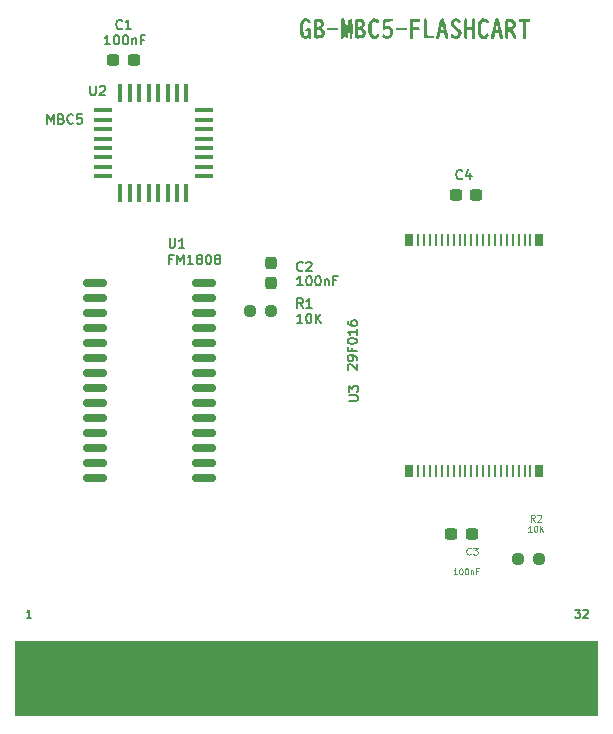
<source format=gbr>
%TF.GenerationSoftware,KiCad,Pcbnew,(6.0.2)*%
%TF.CreationDate,2022-04-24T17:27:09+01:00*%
%TF.ProjectId,Gameboy MBC5 Cart + FRAM,47616d65-626f-4792-904d-424335204361,rev?*%
%TF.SameCoordinates,Original*%
%TF.FileFunction,Soldermask,Top*%
%TF.FilePolarity,Negative*%
%FSLAX46Y46*%
G04 Gerber Fmt 4.6, Leading zero omitted, Abs format (unit mm)*
G04 Created by KiCad (PCBNEW (6.0.2)) date 2022-04-24 17:27:09*
%MOMM*%
%LPD*%
G01*
G04 APERTURE LIST*
G04 Aperture macros list*
%AMRoundRect*
0 Rectangle with rounded corners*
0 $1 Rounding radius*
0 $2 $3 $4 $5 $6 $7 $8 $9 X,Y pos of 4 corners*
0 Add a 4 corners polygon primitive as box body*
4,1,4,$2,$3,$4,$5,$6,$7,$8,$9,$2,$3,0*
0 Add four circle primitives for the rounded corners*
1,1,$1+$1,$2,$3*
1,1,$1+$1,$4,$5*
1,1,$1+$1,$6,$7*
1,1,$1+$1,$8,$9*
0 Add four rect primitives between the rounded corners*
20,1,$1+$1,$2,$3,$4,$5,0*
20,1,$1+$1,$4,$5,$6,$7,0*
20,1,$1+$1,$6,$7,$8,$9,0*
20,1,$1+$1,$8,$9,$2,$3,0*%
G04 Aperture macros list end*
%ADD10C,0.150000*%
%ADD11C,0.100000*%
%ADD12RoundRect,0.237500X0.300000X0.237500X-0.300000X0.237500X-0.300000X-0.237500X0.300000X-0.237500X0*%
%ADD13RoundRect,0.150000X-0.875000X-0.150000X0.875000X-0.150000X0.875000X0.150000X-0.875000X0.150000X0*%
%ADD14RoundRect,0.237500X0.237500X-0.300000X0.237500X0.300000X-0.237500X0.300000X-0.237500X-0.300000X0*%
%ADD15RoundRect,0.237500X-0.300000X-0.237500X0.300000X-0.237500X0.300000X0.237500X-0.300000X0.237500X0*%
%ADD16R,0.750000X1.100000*%
%ADD17R,0.250000X1.100000*%
%ADD18RoundRect,0.237500X0.250000X0.237500X-0.250000X0.237500X-0.250000X-0.237500X0.250000X-0.237500X0*%
%ADD19R,0.450000X1.500000*%
%ADD20R,1.500000X0.450000*%
G04 APERTURE END LIST*
D10*
X148038095Y-100495238D02*
X148000000Y-100457142D01*
X147961904Y-100380952D01*
X147961904Y-100190476D01*
X148000000Y-100114285D01*
X148038095Y-100076190D01*
X148114285Y-100038095D01*
X148190476Y-100038095D01*
X148304761Y-100076190D01*
X148761904Y-100533333D01*
X148761904Y-100038095D01*
X148761904Y-99657142D02*
X148761904Y-99504761D01*
X148723809Y-99428571D01*
X148685714Y-99390476D01*
X148571428Y-99314285D01*
X148419047Y-99276190D01*
X148114285Y-99276190D01*
X148038095Y-99314285D01*
X148000000Y-99352380D01*
X147961904Y-99428571D01*
X147961904Y-99580952D01*
X148000000Y-99657142D01*
X148038095Y-99695238D01*
X148114285Y-99733333D01*
X148304761Y-99733333D01*
X148380952Y-99695238D01*
X148419047Y-99657142D01*
X148457142Y-99580952D01*
X148457142Y-99428571D01*
X148419047Y-99352380D01*
X148380952Y-99314285D01*
X148304761Y-99276190D01*
X148342857Y-98666666D02*
X148342857Y-98933333D01*
X148761904Y-98933333D02*
X147961904Y-98933333D01*
X147961904Y-98552380D01*
X147961904Y-98095238D02*
X147961904Y-98019047D01*
X148000000Y-97942857D01*
X148038095Y-97904761D01*
X148114285Y-97866666D01*
X148266666Y-97828571D01*
X148457142Y-97828571D01*
X148609523Y-97866666D01*
X148685714Y-97904761D01*
X148723809Y-97942857D01*
X148761904Y-98019047D01*
X148761904Y-98095238D01*
X148723809Y-98171428D01*
X148685714Y-98209523D01*
X148609523Y-98247619D01*
X148457142Y-98285714D01*
X148266666Y-98285714D01*
X148114285Y-98247619D01*
X148038095Y-98209523D01*
X148000000Y-98171428D01*
X147961904Y-98095238D01*
X148761904Y-97066666D02*
X148761904Y-97523809D01*
X148761904Y-97295238D02*
X147961904Y-97295238D01*
X148076190Y-97371428D01*
X148152380Y-97447619D01*
X148190476Y-97523809D01*
X147961904Y-96380952D02*
X147961904Y-96533333D01*
X148000000Y-96609523D01*
X148038095Y-96647619D01*
X148152380Y-96723809D01*
X148304761Y-96761904D01*
X148609523Y-96761904D01*
X148685714Y-96723809D01*
X148723809Y-96685714D01*
X148761904Y-96609523D01*
X148761904Y-96457142D01*
X148723809Y-96380952D01*
X148685714Y-96342857D01*
X148609523Y-96304761D01*
X148419047Y-96304761D01*
X148342857Y-96342857D01*
X148304761Y-96380952D01*
X148266666Y-96457142D01*
X148266666Y-96609523D01*
X148304761Y-96685714D01*
X148342857Y-96723809D01*
X148419047Y-96761904D01*
X122552380Y-79661904D02*
X122552380Y-78861904D01*
X122819047Y-79433333D01*
X123085714Y-78861904D01*
X123085714Y-79661904D01*
X123733333Y-79242857D02*
X123847619Y-79280952D01*
X123885714Y-79319047D01*
X123923809Y-79395238D01*
X123923809Y-79509523D01*
X123885714Y-79585714D01*
X123847619Y-79623809D01*
X123771428Y-79661904D01*
X123466666Y-79661904D01*
X123466666Y-78861904D01*
X123733333Y-78861904D01*
X123809523Y-78900000D01*
X123847619Y-78938095D01*
X123885714Y-79014285D01*
X123885714Y-79090476D01*
X123847619Y-79166666D01*
X123809523Y-79204761D01*
X123733333Y-79242857D01*
X123466666Y-79242857D01*
X124723809Y-79585714D02*
X124685714Y-79623809D01*
X124571428Y-79661904D01*
X124495238Y-79661904D01*
X124380952Y-79623809D01*
X124304761Y-79547619D01*
X124266666Y-79471428D01*
X124228571Y-79319047D01*
X124228571Y-79204761D01*
X124266666Y-79052380D01*
X124304761Y-78976190D01*
X124380952Y-78900000D01*
X124495238Y-78861904D01*
X124571428Y-78861904D01*
X124685714Y-78900000D01*
X124723809Y-78938095D01*
X125447619Y-78861904D02*
X125066666Y-78861904D01*
X125028571Y-79242857D01*
X125066666Y-79204761D01*
X125142857Y-79166666D01*
X125333333Y-79166666D01*
X125409523Y-79204761D01*
X125447619Y-79242857D01*
X125485714Y-79319047D01*
X125485714Y-79509523D01*
X125447619Y-79585714D01*
X125409523Y-79623809D01*
X125333333Y-79661904D01*
X125142857Y-79661904D01*
X125066666Y-79623809D01*
X125028571Y-79585714D01*
D11*
%TO.C,C3*%
X158400000Y-116114285D02*
X158371428Y-116142857D01*
X158285714Y-116171428D01*
X158228571Y-116171428D01*
X158142857Y-116142857D01*
X158085714Y-116085714D01*
X158057142Y-116028571D01*
X158028571Y-115914285D01*
X158028571Y-115828571D01*
X158057142Y-115714285D01*
X158085714Y-115657142D01*
X158142857Y-115600000D01*
X158228571Y-115571428D01*
X158285714Y-115571428D01*
X158371428Y-115600000D01*
X158400000Y-115628571D01*
X158600000Y-115571428D02*
X158971428Y-115571428D01*
X158771428Y-115800000D01*
X158857142Y-115800000D01*
X158914285Y-115828571D01*
X158942857Y-115857142D01*
X158971428Y-115914285D01*
X158971428Y-116057142D01*
X158942857Y-116114285D01*
X158914285Y-116142857D01*
X158857142Y-116171428D01*
X158685714Y-116171428D01*
X158628571Y-116142857D01*
X158600000Y-116114285D01*
X157226190Y-117826190D02*
X156940476Y-117826190D01*
X157083333Y-117826190D02*
X157083333Y-117326190D01*
X157035714Y-117397619D01*
X156988095Y-117445238D01*
X156940476Y-117469047D01*
X157535714Y-117326190D02*
X157583333Y-117326190D01*
X157630952Y-117350000D01*
X157654761Y-117373809D01*
X157678571Y-117421428D01*
X157702380Y-117516666D01*
X157702380Y-117635714D01*
X157678571Y-117730952D01*
X157654761Y-117778571D01*
X157630952Y-117802380D01*
X157583333Y-117826190D01*
X157535714Y-117826190D01*
X157488095Y-117802380D01*
X157464285Y-117778571D01*
X157440476Y-117730952D01*
X157416666Y-117635714D01*
X157416666Y-117516666D01*
X157440476Y-117421428D01*
X157464285Y-117373809D01*
X157488095Y-117350000D01*
X157535714Y-117326190D01*
X158011904Y-117326190D02*
X158059523Y-117326190D01*
X158107142Y-117350000D01*
X158130952Y-117373809D01*
X158154761Y-117421428D01*
X158178571Y-117516666D01*
X158178571Y-117635714D01*
X158154761Y-117730952D01*
X158130952Y-117778571D01*
X158107142Y-117802380D01*
X158059523Y-117826190D01*
X158011904Y-117826190D01*
X157964285Y-117802380D01*
X157940476Y-117778571D01*
X157916666Y-117730952D01*
X157892857Y-117635714D01*
X157892857Y-117516666D01*
X157916666Y-117421428D01*
X157940476Y-117373809D01*
X157964285Y-117350000D01*
X158011904Y-117326190D01*
X158392857Y-117492857D02*
X158392857Y-117826190D01*
X158392857Y-117540476D02*
X158416666Y-117516666D01*
X158464285Y-117492857D01*
X158535714Y-117492857D01*
X158583333Y-117516666D01*
X158607142Y-117564285D01*
X158607142Y-117826190D01*
X159011904Y-117564285D02*
X158845238Y-117564285D01*
X158845238Y-117826190D02*
X158845238Y-117326190D01*
X159083333Y-117326190D01*
D10*
%TO.C,U1*%
X132890476Y-89361904D02*
X132890476Y-90009523D01*
X132928571Y-90085714D01*
X132966666Y-90123809D01*
X133042857Y-90161904D01*
X133195238Y-90161904D01*
X133271428Y-90123809D01*
X133309523Y-90085714D01*
X133347619Y-90009523D01*
X133347619Y-89361904D01*
X134147619Y-90161904D02*
X133690476Y-90161904D01*
X133919047Y-90161904D02*
X133919047Y-89361904D01*
X133842857Y-89476190D01*
X133766666Y-89552380D01*
X133690476Y-89590476D01*
X133133333Y-91142857D02*
X132866666Y-91142857D01*
X132866666Y-91561904D02*
X132866666Y-90761904D01*
X133247619Y-90761904D01*
X133552380Y-91561904D02*
X133552380Y-90761904D01*
X133819047Y-91333333D01*
X134085714Y-90761904D01*
X134085714Y-91561904D01*
X134885714Y-91561904D02*
X134428571Y-91561904D01*
X134657142Y-91561904D02*
X134657142Y-90761904D01*
X134580952Y-90876190D01*
X134504761Y-90952380D01*
X134428571Y-90990476D01*
X135342857Y-91104761D02*
X135266666Y-91066666D01*
X135228571Y-91028571D01*
X135190476Y-90952380D01*
X135190476Y-90914285D01*
X135228571Y-90838095D01*
X135266666Y-90800000D01*
X135342857Y-90761904D01*
X135495238Y-90761904D01*
X135571428Y-90800000D01*
X135609523Y-90838095D01*
X135647619Y-90914285D01*
X135647619Y-90952380D01*
X135609523Y-91028571D01*
X135571428Y-91066666D01*
X135495238Y-91104761D01*
X135342857Y-91104761D01*
X135266666Y-91142857D01*
X135228571Y-91180952D01*
X135190476Y-91257142D01*
X135190476Y-91409523D01*
X135228571Y-91485714D01*
X135266666Y-91523809D01*
X135342857Y-91561904D01*
X135495238Y-91561904D01*
X135571428Y-91523809D01*
X135609523Y-91485714D01*
X135647619Y-91409523D01*
X135647619Y-91257142D01*
X135609523Y-91180952D01*
X135571428Y-91142857D01*
X135495238Y-91104761D01*
X136142857Y-90761904D02*
X136219047Y-90761904D01*
X136295238Y-90800000D01*
X136333333Y-90838095D01*
X136371428Y-90914285D01*
X136409523Y-91066666D01*
X136409523Y-91257142D01*
X136371428Y-91409523D01*
X136333333Y-91485714D01*
X136295238Y-91523809D01*
X136219047Y-91561904D01*
X136142857Y-91561904D01*
X136066666Y-91523809D01*
X136028571Y-91485714D01*
X135990476Y-91409523D01*
X135952380Y-91257142D01*
X135952380Y-91066666D01*
X135990476Y-90914285D01*
X136028571Y-90838095D01*
X136066666Y-90800000D01*
X136142857Y-90761904D01*
X136866666Y-91104761D02*
X136790476Y-91066666D01*
X136752380Y-91028571D01*
X136714285Y-90952380D01*
X136714285Y-90914285D01*
X136752380Y-90838095D01*
X136790476Y-90800000D01*
X136866666Y-90761904D01*
X137019047Y-90761904D01*
X137095238Y-90800000D01*
X137133333Y-90838095D01*
X137171428Y-90914285D01*
X137171428Y-90952380D01*
X137133333Y-91028571D01*
X137095238Y-91066666D01*
X137019047Y-91104761D01*
X136866666Y-91104761D01*
X136790476Y-91142857D01*
X136752380Y-91180952D01*
X136714285Y-91257142D01*
X136714285Y-91409523D01*
X136752380Y-91485714D01*
X136790476Y-91523809D01*
X136866666Y-91561904D01*
X137019047Y-91561904D01*
X137095238Y-91523809D01*
X137133333Y-91485714D01*
X137171428Y-91409523D01*
X137171428Y-91257142D01*
X137133333Y-91180952D01*
X137095238Y-91142857D01*
X137019047Y-91104761D01*
%TO.C,C2*%
X144166666Y-92085714D02*
X144128571Y-92123809D01*
X144014285Y-92161904D01*
X143938095Y-92161904D01*
X143823809Y-92123809D01*
X143747619Y-92047619D01*
X143709523Y-91971428D01*
X143671428Y-91819047D01*
X143671428Y-91704761D01*
X143709523Y-91552380D01*
X143747619Y-91476190D01*
X143823809Y-91400000D01*
X143938095Y-91361904D01*
X144014285Y-91361904D01*
X144128571Y-91400000D01*
X144166666Y-91438095D01*
X144471428Y-91438095D02*
X144509523Y-91400000D01*
X144585714Y-91361904D01*
X144776190Y-91361904D01*
X144852380Y-91400000D01*
X144890476Y-91438095D01*
X144928571Y-91514285D01*
X144928571Y-91590476D01*
X144890476Y-91704761D01*
X144433333Y-92161904D01*
X144928571Y-92161904D01*
X144161904Y-93361904D02*
X143704761Y-93361904D01*
X143933333Y-93361904D02*
X143933333Y-92561904D01*
X143857142Y-92676190D01*
X143780952Y-92752380D01*
X143704761Y-92790476D01*
X144657142Y-92561904D02*
X144733333Y-92561904D01*
X144809523Y-92600000D01*
X144847619Y-92638095D01*
X144885714Y-92714285D01*
X144923809Y-92866666D01*
X144923809Y-93057142D01*
X144885714Y-93209523D01*
X144847619Y-93285714D01*
X144809523Y-93323809D01*
X144733333Y-93361904D01*
X144657142Y-93361904D01*
X144580952Y-93323809D01*
X144542857Y-93285714D01*
X144504761Y-93209523D01*
X144466666Y-93057142D01*
X144466666Y-92866666D01*
X144504761Y-92714285D01*
X144542857Y-92638095D01*
X144580952Y-92600000D01*
X144657142Y-92561904D01*
X145419047Y-92561904D02*
X145495238Y-92561904D01*
X145571428Y-92600000D01*
X145609523Y-92638095D01*
X145647619Y-92714285D01*
X145685714Y-92866666D01*
X145685714Y-93057142D01*
X145647619Y-93209523D01*
X145609523Y-93285714D01*
X145571428Y-93323809D01*
X145495238Y-93361904D01*
X145419047Y-93361904D01*
X145342857Y-93323809D01*
X145304761Y-93285714D01*
X145266666Y-93209523D01*
X145228571Y-93057142D01*
X145228571Y-92866666D01*
X145266666Y-92714285D01*
X145304761Y-92638095D01*
X145342857Y-92600000D01*
X145419047Y-92561904D01*
X146028571Y-92828571D02*
X146028571Y-93361904D01*
X146028571Y-92904761D02*
X146066666Y-92866666D01*
X146142857Y-92828571D01*
X146257142Y-92828571D01*
X146333333Y-92866666D01*
X146371428Y-92942857D01*
X146371428Y-93361904D01*
X147019047Y-92942857D02*
X146752380Y-92942857D01*
X146752380Y-93361904D02*
X146752380Y-92561904D01*
X147133333Y-92561904D01*
%TO.C,C1*%
X128866666Y-71585714D02*
X128828571Y-71623809D01*
X128714285Y-71661904D01*
X128638095Y-71661904D01*
X128523809Y-71623809D01*
X128447619Y-71547619D01*
X128409523Y-71471428D01*
X128371428Y-71319047D01*
X128371428Y-71204761D01*
X128409523Y-71052380D01*
X128447619Y-70976190D01*
X128523809Y-70900000D01*
X128638095Y-70861904D01*
X128714285Y-70861904D01*
X128828571Y-70900000D01*
X128866666Y-70938095D01*
X129628571Y-71661904D02*
X129171428Y-71661904D01*
X129400000Y-71661904D02*
X129400000Y-70861904D01*
X129323809Y-70976190D01*
X129247619Y-71052380D01*
X129171428Y-71090476D01*
X127861904Y-72961904D02*
X127404761Y-72961904D01*
X127633333Y-72961904D02*
X127633333Y-72161904D01*
X127557142Y-72276190D01*
X127480952Y-72352380D01*
X127404761Y-72390476D01*
X128357142Y-72161904D02*
X128433333Y-72161904D01*
X128509523Y-72200000D01*
X128547619Y-72238095D01*
X128585714Y-72314285D01*
X128623809Y-72466666D01*
X128623809Y-72657142D01*
X128585714Y-72809523D01*
X128547619Y-72885714D01*
X128509523Y-72923809D01*
X128433333Y-72961904D01*
X128357142Y-72961904D01*
X128280952Y-72923809D01*
X128242857Y-72885714D01*
X128204761Y-72809523D01*
X128166666Y-72657142D01*
X128166666Y-72466666D01*
X128204761Y-72314285D01*
X128242857Y-72238095D01*
X128280952Y-72200000D01*
X128357142Y-72161904D01*
X129119047Y-72161904D02*
X129195238Y-72161904D01*
X129271428Y-72200000D01*
X129309523Y-72238095D01*
X129347619Y-72314285D01*
X129385714Y-72466666D01*
X129385714Y-72657142D01*
X129347619Y-72809523D01*
X129309523Y-72885714D01*
X129271428Y-72923809D01*
X129195238Y-72961904D01*
X129119047Y-72961904D01*
X129042857Y-72923809D01*
X129004761Y-72885714D01*
X128966666Y-72809523D01*
X128928571Y-72657142D01*
X128928571Y-72466666D01*
X128966666Y-72314285D01*
X129004761Y-72238095D01*
X129042857Y-72200000D01*
X129119047Y-72161904D01*
X129728571Y-72428571D02*
X129728571Y-72961904D01*
X129728571Y-72504761D02*
X129766666Y-72466666D01*
X129842857Y-72428571D01*
X129957142Y-72428571D01*
X130033333Y-72466666D01*
X130071428Y-72542857D01*
X130071428Y-72961904D01*
X130719047Y-72542857D02*
X130452380Y-72542857D01*
X130452380Y-72961904D02*
X130452380Y-72161904D01*
X130833333Y-72161904D01*
%TO.C,U3*%
X148061904Y-103109523D02*
X148709523Y-103109523D01*
X148785714Y-103071428D01*
X148823809Y-103033333D01*
X148861904Y-102957142D01*
X148861904Y-102804761D01*
X148823809Y-102728571D01*
X148785714Y-102690476D01*
X148709523Y-102652380D01*
X148061904Y-102652380D01*
X148061904Y-102347619D02*
X148061904Y-101852380D01*
X148366666Y-102119047D01*
X148366666Y-102004761D01*
X148404761Y-101928571D01*
X148442857Y-101890476D01*
X148519047Y-101852380D01*
X148709523Y-101852380D01*
X148785714Y-101890476D01*
X148823809Y-101928571D01*
X148861904Y-102004761D01*
X148861904Y-102233333D01*
X148823809Y-102309523D01*
X148785714Y-102347619D01*
%TO.C,U?1*%
X167233333Y-120816666D02*
X167666666Y-120816666D01*
X167433333Y-121083333D01*
X167533333Y-121083333D01*
X167600000Y-121116666D01*
X167633333Y-121150000D01*
X167666666Y-121216666D01*
X167666666Y-121383333D01*
X167633333Y-121450000D01*
X167600000Y-121483333D01*
X167533333Y-121516666D01*
X167333333Y-121516666D01*
X167266666Y-121483333D01*
X167233333Y-121450000D01*
X167933333Y-120883333D02*
X167966666Y-120850000D01*
X168033333Y-120816666D01*
X168200000Y-120816666D01*
X168266666Y-120850000D01*
X168300000Y-120883333D01*
X168333333Y-120950000D01*
X168333333Y-121016666D01*
X168300000Y-121116666D01*
X167900000Y-121516666D01*
X168333333Y-121516666D01*
X121200000Y-121516666D02*
X120800000Y-121516666D01*
X121000000Y-121516666D02*
X121000000Y-120816666D01*
X120933333Y-120916666D01*
X120866666Y-120983333D01*
X120800000Y-121016666D01*
D11*
%TO.C,R2*%
X163800000Y-113371428D02*
X163600000Y-113085714D01*
X163457142Y-113371428D02*
X163457142Y-112771428D01*
X163685714Y-112771428D01*
X163742857Y-112800000D01*
X163771428Y-112828571D01*
X163800000Y-112885714D01*
X163800000Y-112971428D01*
X163771428Y-113028571D01*
X163742857Y-113057142D01*
X163685714Y-113085714D01*
X163457142Y-113085714D01*
X164028571Y-112828571D02*
X164057142Y-112800000D01*
X164114285Y-112771428D01*
X164257142Y-112771428D01*
X164314285Y-112800000D01*
X164342857Y-112828571D01*
X164371428Y-112885714D01*
X164371428Y-112942857D01*
X164342857Y-113028571D01*
X164000000Y-113371428D01*
X164371428Y-113371428D01*
X163554761Y-114226190D02*
X163269047Y-114226190D01*
X163411904Y-114226190D02*
X163411904Y-113726190D01*
X163364285Y-113797619D01*
X163316666Y-113845238D01*
X163269047Y-113869047D01*
X163864285Y-113726190D02*
X163911904Y-113726190D01*
X163959523Y-113750000D01*
X163983333Y-113773809D01*
X164007142Y-113821428D01*
X164030952Y-113916666D01*
X164030952Y-114035714D01*
X164007142Y-114130952D01*
X163983333Y-114178571D01*
X163959523Y-114202380D01*
X163911904Y-114226190D01*
X163864285Y-114226190D01*
X163816666Y-114202380D01*
X163792857Y-114178571D01*
X163769047Y-114130952D01*
X163745238Y-114035714D01*
X163745238Y-113916666D01*
X163769047Y-113821428D01*
X163792857Y-113773809D01*
X163816666Y-113750000D01*
X163864285Y-113726190D01*
X164245238Y-114226190D02*
X164245238Y-113726190D01*
X164530952Y-114226190D02*
X164316666Y-113940476D01*
X164530952Y-113726190D02*
X164245238Y-114011904D01*
D10*
%TO.C,C4*%
X157666666Y-84285714D02*
X157628571Y-84323809D01*
X157514285Y-84361904D01*
X157438095Y-84361904D01*
X157323809Y-84323809D01*
X157247619Y-84247619D01*
X157209523Y-84171428D01*
X157171428Y-84019047D01*
X157171428Y-83904761D01*
X157209523Y-83752380D01*
X157247619Y-83676190D01*
X157323809Y-83600000D01*
X157438095Y-83561904D01*
X157514285Y-83561904D01*
X157628571Y-83600000D01*
X157666666Y-83638095D01*
X158352380Y-83828571D02*
X158352380Y-84361904D01*
X158161904Y-83523809D02*
X157971428Y-84095238D01*
X158466666Y-84095238D01*
%TO.C,R1*%
X144166666Y-95261904D02*
X143900000Y-94880952D01*
X143709523Y-95261904D02*
X143709523Y-94461904D01*
X144014285Y-94461904D01*
X144090476Y-94500000D01*
X144128571Y-94538095D01*
X144166666Y-94614285D01*
X144166666Y-94728571D01*
X144128571Y-94804761D01*
X144090476Y-94842857D01*
X144014285Y-94880952D01*
X143709523Y-94880952D01*
X144928571Y-95261904D02*
X144471428Y-95261904D01*
X144700000Y-95261904D02*
X144700000Y-94461904D01*
X144623809Y-94576190D01*
X144547619Y-94652380D01*
X144471428Y-94690476D01*
X144147619Y-96561904D02*
X143690476Y-96561904D01*
X143919047Y-96561904D02*
X143919047Y-95761904D01*
X143842857Y-95876190D01*
X143766666Y-95952380D01*
X143690476Y-95990476D01*
X144642857Y-95761904D02*
X144719047Y-95761904D01*
X144795238Y-95800000D01*
X144833333Y-95838095D01*
X144871428Y-95914285D01*
X144909523Y-96066666D01*
X144909523Y-96257142D01*
X144871428Y-96409523D01*
X144833333Y-96485714D01*
X144795238Y-96523809D01*
X144719047Y-96561904D01*
X144642857Y-96561904D01*
X144566666Y-96523809D01*
X144528571Y-96485714D01*
X144490476Y-96409523D01*
X144452380Y-96257142D01*
X144452380Y-96066666D01*
X144490476Y-95914285D01*
X144528571Y-95838095D01*
X144566666Y-95800000D01*
X144642857Y-95761904D01*
X145252380Y-96561904D02*
X145252380Y-95761904D01*
X145709523Y-96561904D02*
X145366666Y-96104761D01*
X145709523Y-95761904D02*
X145252380Y-96219047D01*
%TO.C,U2*%
X126190476Y-76461904D02*
X126190476Y-77109523D01*
X126228571Y-77185714D01*
X126266666Y-77223809D01*
X126342857Y-77261904D01*
X126495238Y-77261904D01*
X126571428Y-77223809D01*
X126609523Y-77185714D01*
X126647619Y-77109523D01*
X126647619Y-76461904D01*
X126990476Y-76538095D02*
X127028571Y-76500000D01*
X127104761Y-76461904D01*
X127295238Y-76461904D01*
X127371428Y-76500000D01*
X127409523Y-76538095D01*
X127447619Y-76614285D01*
X127447619Y-76690476D01*
X127409523Y-76804761D01*
X126952380Y-77261904D01*
X127447619Y-77261904D01*
%TO.C,U?1*%
G36*
X169150000Y-129787500D02*
G01*
X119850000Y-129787500D01*
X119850000Y-123487500D01*
X169150000Y-123487500D01*
X169150000Y-129787500D01*
G37*
%TO.C,LOGO*%
G36*
X153725819Y-70787346D02*
G01*
X153900428Y-70792886D01*
X154014093Y-70800269D01*
X154080560Y-70812892D01*
X154113576Y-70834151D01*
X154126885Y-70867444D01*
X154130106Y-70887246D01*
X154127062Y-70958907D01*
X154086207Y-71004895D01*
X153996506Y-71030189D01*
X153846923Y-71039763D01*
X153790662Y-71040311D01*
X153538529Y-71040883D01*
X153538529Y-71489118D01*
X153782496Y-71489118D01*
X153922735Y-71493384D01*
X154004622Y-71508620D01*
X154044152Y-71538480D01*
X154049911Y-71550224D01*
X154057338Y-71637445D01*
X154000194Y-71697825D01*
X153875880Y-71733141D01*
X153768101Y-71743033D01*
X153538529Y-71754153D01*
X153538529Y-72053650D01*
X153533848Y-72204797D01*
X153521456Y-72333650D01*
X153503826Y-72416417D01*
X153499862Y-72425397D01*
X153431641Y-72487098D01*
X153343234Y-72489323D01*
X153284529Y-72452824D01*
X153267864Y-72399379D01*
X153254784Y-72285299D01*
X153245269Y-72124567D01*
X153239299Y-71931164D01*
X153236853Y-71719075D01*
X153237909Y-71502283D01*
X153242448Y-71294770D01*
X153250448Y-71110519D01*
X153261888Y-70963514D01*
X153276749Y-70867738D01*
X153286922Y-70841177D01*
X153318247Y-70811966D01*
X153370171Y-70793973D01*
X153457313Y-70785406D01*
X153594293Y-70784470D01*
X153725819Y-70787346D01*
G37*
G36*
X145101411Y-72049149D02*
G01*
X145097836Y-71862283D01*
X145096767Y-71612192D01*
X145096764Y-71595533D01*
X145097050Y-71451765D01*
X145358235Y-71451765D01*
X145488109Y-71451765D01*
X145599209Y-71433084D01*
X145673173Y-71367308D01*
X145678386Y-71359579D01*
X145715790Y-71245025D01*
X145692768Y-71132411D01*
X145617132Y-71046792D01*
X145574333Y-71025871D01*
X145467071Y-71002807D01*
X145400230Y-71030451D01*
X145366452Y-71116269D01*
X145358235Y-71245151D01*
X145358235Y-71451765D01*
X145097050Y-71451765D01*
X145097294Y-71328929D01*
X145101419Y-71127803D01*
X145112942Y-70982930D01*
X145135666Y-70885082D01*
X145173396Y-70825033D01*
X145229934Y-70793556D01*
X145309083Y-70781424D01*
X145414648Y-70779411D01*
X145433177Y-70779412D01*
X145624312Y-70789901D01*
X145760177Y-70825943D01*
X145857832Y-70894400D01*
X145918372Y-70974584D01*
X145983224Y-71139291D01*
X145982375Y-71299785D01*
X145918650Y-71440991D01*
X145812970Y-71537224D01*
X145754292Y-71581044D01*
X145762811Y-71599272D01*
X145775135Y-71600183D01*
X145837481Y-71627673D01*
X145914776Y-71694667D01*
X145933885Y-71716101D01*
X146016002Y-71867553D01*
X146036361Y-72038181D01*
X145995400Y-72205776D01*
X145921981Y-72319198D01*
X145862461Y-72380459D01*
X145804644Y-72417854D01*
X145727067Y-72438521D01*
X145608270Y-72449595D01*
X145515836Y-72454262D01*
X145365557Y-72459381D01*
X145271174Y-72455448D01*
X145214063Y-72438656D01*
X145175599Y-72405198D01*
X145157531Y-72381017D01*
X145135552Y-72338721D01*
X145119431Y-72276534D01*
X145110146Y-72198824D01*
X145358235Y-72198824D01*
X145506786Y-72198824D01*
X145618647Y-72186782D01*
X145689214Y-72141528D01*
X145716345Y-72105713D01*
X145759565Y-71983101D01*
X145739206Y-71866219D01*
X145665472Y-71772481D01*
X145548571Y-71719300D01*
X145486302Y-71713235D01*
X145358235Y-71713235D01*
X145358235Y-72198824D01*
X145110146Y-72198824D01*
X145108330Y-72183621D01*
X145101411Y-72049149D01*
G37*
G36*
X147188529Y-71713235D02*
G01*
X146254706Y-71713235D01*
X146254706Y-71526471D01*
X147188529Y-71526471D01*
X147188529Y-71713235D01*
G37*
G36*
X158009749Y-70748740D02*
G01*
X158042072Y-70764294D01*
X158063277Y-70805507D01*
X158076445Y-70886532D01*
X158084657Y-71021522D01*
X158087651Y-71106677D01*
X158098391Y-71451765D01*
X158503667Y-71451765D01*
X158514407Y-71106677D01*
X158521363Y-70941757D01*
X158531843Y-70837388D01*
X158548926Y-70779415D01*
X158575693Y-70753685D01*
X158592309Y-70748740D01*
X158647262Y-70742841D01*
X158689436Y-70754369D01*
X158720506Y-70791636D01*
X158742147Y-70862950D01*
X158756035Y-70976622D01*
X158763845Y-71140961D01*
X158767253Y-71364277D01*
X158767941Y-71619853D01*
X158767045Y-71902759D01*
X158763240Y-72119280D01*
X158754851Y-72277723D01*
X158740202Y-72386399D01*
X158717619Y-72453617D01*
X158685425Y-72487686D01*
X158641946Y-72496916D01*
X158592309Y-72490955D01*
X158561426Y-72476462D01*
X158540724Y-72438101D01*
X158527547Y-72362381D01*
X158519239Y-72235809D01*
X158514502Y-72095665D01*
X158503857Y-71713235D01*
X158098201Y-71713235D01*
X158087556Y-72096103D01*
X158081574Y-72269319D01*
X158073216Y-72381545D01*
X158059495Y-72446493D01*
X158037421Y-72477876D01*
X158004007Y-72489408D01*
X158001769Y-72489740D01*
X157917585Y-72477622D01*
X157880372Y-72454255D01*
X157863545Y-72414096D01*
X157850879Y-72327357D01*
X157842016Y-72187565D01*
X157836599Y-71988250D01*
X157834269Y-71722939D01*
X157834117Y-71616956D01*
X157835021Y-71334554D01*
X157838854Y-71118528D01*
X157847299Y-70960555D01*
X157862039Y-70852317D01*
X157884759Y-70785492D01*
X157917140Y-70751760D01*
X157960866Y-70742800D01*
X158009749Y-70748740D01*
G37*
G36*
X160325702Y-71382410D02*
G01*
X160375811Y-71184839D01*
X160421333Y-71013550D01*
X160458981Y-70882110D01*
X160485471Y-70804086D01*
X160492788Y-70790122D01*
X160568711Y-70748659D01*
X160665428Y-70749240D01*
X160742205Y-70791536D01*
X160742709Y-70792139D01*
X160763568Y-70842255D01*
X160798027Y-70953565D01*
X160842885Y-71114468D01*
X160894943Y-71313364D01*
X160950998Y-71538655D01*
X160966897Y-71604565D01*
X161032420Y-71883771D01*
X161078861Y-72098923D01*
X161106629Y-72258085D01*
X161116135Y-72369320D01*
X161107791Y-72440693D01*
X161082006Y-72480268D01*
X161039191Y-72496107D01*
X161012377Y-72497647D01*
X160945221Y-72481676D01*
X160894359Y-72425235D01*
X160851443Y-72315528D01*
X160823519Y-72208162D01*
X160777549Y-72012059D01*
X160456274Y-72012059D01*
X160410304Y-72208162D01*
X160377657Y-72327668D01*
X160344162Y-72419959D01*
X160327299Y-72450956D01*
X160259724Y-72490852D01*
X160177292Y-72493246D01*
X160137549Y-72472745D01*
X160117946Y-72419341D01*
X160112647Y-72360064D01*
X160121302Y-72289689D01*
X160145079Y-72164198D01*
X160180693Y-71997159D01*
X160224857Y-71802137D01*
X160237024Y-71750588D01*
X160495298Y-71750588D01*
X160735228Y-71750588D01*
X160676538Y-71442649D01*
X160649046Y-71313559D01*
X160625169Y-71228840D01*
X160608595Y-71200437D01*
X160604504Y-71209194D01*
X160590087Y-71284445D01*
X160566185Y-71404301D01*
X160543229Y-71517133D01*
X160495298Y-71750588D01*
X160237024Y-71750588D01*
X160274289Y-71592699D01*
X160325702Y-71382410D01*
G37*
G36*
X152978235Y-71713235D02*
G01*
X152044412Y-71713235D01*
X152044412Y-71526471D01*
X152978235Y-71526471D01*
X152978235Y-71713235D01*
G37*
G36*
X147624472Y-70758720D02*
G01*
X147674793Y-70814167D01*
X147717908Y-70916597D01*
X147756894Y-71074208D01*
X147794831Y-71295195D01*
X147809367Y-71395735D01*
X147877056Y-71881324D01*
X147944997Y-71414412D01*
X147974805Y-71227202D01*
X148006177Y-71059663D01*
X148035444Y-70929742D01*
X148058936Y-70855387D01*
X148059556Y-70854118D01*
X148132550Y-70772357D01*
X148226309Y-70750672D01*
X148318036Y-70793850D01*
X148323138Y-70798769D01*
X148346003Y-70858517D01*
X148364225Y-70978166D01*
X148377790Y-71143867D01*
X148386687Y-71341775D01*
X148390902Y-71558042D01*
X148390423Y-71778822D01*
X148385237Y-71990266D01*
X148375331Y-72178528D01*
X148360693Y-72329761D01*
X148341310Y-72430118D01*
X148324663Y-72462893D01*
X148254066Y-72491926D01*
X148203266Y-72471982D01*
X148177339Y-72445725D01*
X148160085Y-72398027D01*
X148150149Y-72316257D01*
X148146176Y-72187785D01*
X148146812Y-71999981D01*
X148147412Y-71951206D01*
X148153796Y-71470441D01*
X148079659Y-71918677D01*
X148038303Y-72143102D01*
X147998093Y-72299969D01*
X147955539Y-72396280D01*
X147907149Y-72439039D01*
X147849433Y-72435249D01*
X147827385Y-72424779D01*
X147793387Y-72378287D01*
X147757569Y-72272308D01*
X147718370Y-72101369D01*
X147686483Y-71931064D01*
X147605466Y-71470441D01*
X147626360Y-71927207D01*
X147633653Y-72140783D01*
X147632403Y-72290311D01*
X147622087Y-72386016D01*
X147602181Y-72438125D01*
X147600082Y-72440810D01*
X147522708Y-72493699D01*
X147442581Y-72472262D01*
X147420117Y-72452824D01*
X147403332Y-72409132D01*
X147390749Y-72312462D01*
X147382078Y-72157470D01*
X147377025Y-71938809D01*
X147375298Y-71651134D01*
X147375294Y-71633727D01*
X147376301Y-71352496D01*
X147380552Y-71137230D01*
X147389892Y-70979203D01*
X147406168Y-70869686D01*
X147431226Y-70799952D01*
X147466910Y-70761275D01*
X147515066Y-70744926D01*
X147563866Y-70742059D01*
X147624472Y-70758720D01*
G37*
G36*
X155693937Y-71382410D02*
G01*
X155744046Y-71184839D01*
X155789568Y-71013550D01*
X155827216Y-70882110D01*
X155853706Y-70804086D01*
X155861023Y-70790122D01*
X155936946Y-70748659D01*
X156033663Y-70749240D01*
X156110440Y-70791536D01*
X156110944Y-70792139D01*
X156131803Y-70842255D01*
X156166262Y-70953565D01*
X156211121Y-71114468D01*
X156263178Y-71313364D01*
X156319233Y-71538655D01*
X156335132Y-71604565D01*
X156400655Y-71883771D01*
X156447096Y-72098923D01*
X156474864Y-72258085D01*
X156484371Y-72369320D01*
X156476026Y-72440693D01*
X156450241Y-72480268D01*
X156407427Y-72496107D01*
X156380612Y-72497647D01*
X156313456Y-72481676D01*
X156262594Y-72425235D01*
X156219678Y-72315528D01*
X156191754Y-72208162D01*
X156145784Y-72012059D01*
X155824510Y-72012059D01*
X155778540Y-72208162D01*
X155745893Y-72327668D01*
X155712397Y-72419959D01*
X155695534Y-72450956D01*
X155627959Y-72490852D01*
X155545528Y-72493246D01*
X155505784Y-72472745D01*
X155486182Y-72419341D01*
X155480882Y-72360064D01*
X155489538Y-72289689D01*
X155513315Y-72164198D01*
X155548928Y-71997159D01*
X155593093Y-71802137D01*
X155605259Y-71750588D01*
X155863534Y-71750588D01*
X156103464Y-71750588D01*
X156044774Y-71442649D01*
X156017281Y-71313559D01*
X155993405Y-71228840D01*
X155976831Y-71200437D01*
X155972739Y-71209194D01*
X155958322Y-71284445D01*
X155934421Y-71404301D01*
X155911464Y-71517133D01*
X155863534Y-71750588D01*
X155605259Y-71750588D01*
X155642524Y-71592699D01*
X155693937Y-71382410D01*
G37*
G36*
X150371678Y-70765679D02*
G01*
X150498242Y-70828109D01*
X150590661Y-70916707D01*
X150635883Y-71018829D01*
X150620854Y-71121832D01*
X150619272Y-71124927D01*
X150556893Y-71182179D01*
X150476310Y-71177621D01*
X150397506Y-71113651D01*
X150385640Y-71096912D01*
X150299682Y-71018644D01*
X150200707Y-71008025D01*
X150106436Y-71064617D01*
X150074905Y-71104607D01*
X150043513Y-71168208D01*
X150023451Y-71254504D01*
X150012584Y-71379656D01*
X150008778Y-71559825D01*
X150008676Y-71606133D01*
X150010463Y-71790944D01*
X150017593Y-71918202D01*
X150032717Y-72005015D01*
X150058490Y-72068486D01*
X150087130Y-72112040D01*
X150183192Y-72206240D01*
X150274446Y-72227825D01*
X150356608Y-72176604D01*
X150391773Y-72125720D01*
X150454512Y-72043269D01*
X150526702Y-72019016D01*
X150549974Y-72020371D01*
X150631699Y-72057268D01*
X150657451Y-72141537D01*
X150626361Y-72270099D01*
X150623046Y-72278246D01*
X150535091Y-72397278D01*
X150393365Y-72472213D01*
X150212237Y-72497647D01*
X150096254Y-72485228D01*
X150003594Y-72437033D01*
X149933582Y-72373994D01*
X149830144Y-72237283D01*
X149761918Y-72063607D01*
X149725501Y-71841115D01*
X149716981Y-71619853D01*
X149730389Y-71349742D01*
X149772879Y-71137935D01*
X149847858Y-70972579D01*
X149933582Y-70865712D01*
X150029118Y-70784399D01*
X150122304Y-70748785D01*
X150224021Y-70742059D01*
X150371678Y-70765679D01*
G37*
G36*
X154611343Y-70758951D02*
G01*
X154647083Y-70802905D01*
X154671324Y-70886210D01*
X154686200Y-71017156D01*
X154693842Y-71204033D01*
X154696382Y-71455130D01*
X154696470Y-71532039D01*
X154696470Y-72195681D01*
X154985956Y-72206591D01*
X155275441Y-72217500D01*
X155275441Y-72441618D01*
X154896505Y-72452219D01*
X154714640Y-72455056D01*
X154592374Y-72450331D01*
X154514832Y-72436371D01*
X154467139Y-72411503D01*
X154457608Y-72402860D01*
X154437172Y-72373100D01*
X154421862Y-72323741D01*
X154410980Y-72244970D01*
X154403826Y-72126973D01*
X154399699Y-71959936D01*
X154397900Y-71734045D01*
X154397647Y-71561867D01*
X154397647Y-70780835D01*
X154496841Y-70755939D01*
X154561973Y-70746059D01*
X154611343Y-70758951D01*
G37*
G36*
X161316170Y-71121062D02*
G01*
X161325676Y-70973873D01*
X161338491Y-70877402D01*
X161346608Y-70851662D01*
X161377295Y-70814000D01*
X161430912Y-70792031D01*
X161524970Y-70781816D01*
X161667843Y-70779412D01*
X161814177Y-70781341D01*
X161909145Y-70791951D01*
X161976073Y-70818474D01*
X162038288Y-70868144D01*
X162077412Y-70906412D01*
X162151471Y-70988561D01*
X162189431Y-71063923D01*
X162203043Y-71163949D01*
X162204412Y-71246324D01*
X162199716Y-71374778D01*
X162177437Y-71460638D01*
X162125284Y-71535828D01*
X162071148Y-71592498D01*
X161937885Y-71725761D01*
X162031413Y-71896925D01*
X162107175Y-72035349D01*
X162185695Y-72178482D01*
X162210016Y-72222727D01*
X162259648Y-72322291D01*
X162271702Y-72383816D01*
X162249938Y-72431487D01*
X162243681Y-72439309D01*
X162180046Y-72492034D01*
X162114960Y-72491331D01*
X162043019Y-72432795D01*
X161958817Y-72312024D01*
X161856948Y-72124616D01*
X161856696Y-72124118D01*
X161757456Y-71935503D01*
X161683330Y-71815640D01*
X161630919Y-71764227D01*
X161596827Y-71780963D01*
X161577655Y-71865549D01*
X161570006Y-72017683D01*
X161569412Y-72098706D01*
X161567180Y-72269937D01*
X161559059Y-72380176D01*
X161542911Y-72443042D01*
X161516597Y-72472156D01*
X161510327Y-72474974D01*
X161430173Y-72495716D01*
X161374717Y-72473061D01*
X161352764Y-72452824D01*
X161337738Y-72401371D01*
X161325591Y-72289196D01*
X161316377Y-72130229D01*
X161310148Y-71938400D01*
X161306960Y-71727638D01*
X161306865Y-71511875D01*
X161307201Y-71489118D01*
X161569412Y-71489118D01*
X161699286Y-71489118D01*
X161809105Y-71470989D01*
X161883389Y-71405790D01*
X161892243Y-71392841D01*
X161931680Y-71273961D01*
X161903943Y-71158809D01*
X161815049Y-71066085D01*
X161781053Y-71047182D01*
X161679765Y-71011435D01*
X161615469Y-71026095D01*
X161581103Y-71098394D01*
X161569602Y-71235561D01*
X161569412Y-71263828D01*
X161569412Y-71489118D01*
X161307201Y-71489118D01*
X161309917Y-71305039D01*
X161316170Y-71121062D01*
G37*
G36*
X157305031Y-70765377D02*
G01*
X157431595Y-70827270D01*
X157513276Y-70916893D01*
X157535294Y-71000463D01*
X157509837Y-71098297D01*
X157444441Y-71141542D01*
X157355564Y-71124601D01*
X157296253Y-71081761D01*
X157191865Y-71016696D01*
X157093419Y-71012202D01*
X157018503Y-71068281D01*
X157010491Y-71081715D01*
X156982464Y-71194293D01*
X157023329Y-71304173D01*
X157135292Y-71415632D01*
X157209442Y-71467433D01*
X157331212Y-71552109D01*
X157439730Y-71638248D01*
X157492821Y-71688015D01*
X157583849Y-71836466D01*
X157618292Y-72009589D01*
X157596455Y-72184832D01*
X157518639Y-72339641D01*
X157483526Y-72379629D01*
X157362509Y-72454196D01*
X157203221Y-72491151D01*
X157032909Y-72488772D01*
X156878825Y-72445331D01*
X156834678Y-72420705D01*
X156730702Y-72321592D01*
X156680875Y-72206160D01*
X156689652Y-72105525D01*
X156740349Y-72055360D01*
X156825156Y-72065900D01*
X156936277Y-72136006D01*
X156944459Y-72142794D01*
X157071343Y-72219356D01*
X157184556Y-72228475D01*
X157276025Y-72170060D01*
X157293343Y-72146750D01*
X157334468Y-72026125D01*
X157302989Y-71906144D01*
X157200858Y-71792162D01*
X157150781Y-71755984D01*
X157028617Y-71666994D01*
X156899597Y-71560312D01*
X156856996Y-71521527D01*
X156771971Y-71433956D01*
X156729546Y-71358824D01*
X156715342Y-71262245D01*
X156714360Y-71185350D01*
X156741271Y-70994252D01*
X156820230Y-70856745D01*
X156951277Y-70772784D01*
X157134455Y-70742328D01*
X157149971Y-70742199D01*
X157305031Y-70765377D01*
G37*
G36*
X148575234Y-72049149D02*
G01*
X148571660Y-71862283D01*
X148570591Y-71612192D01*
X148570588Y-71595533D01*
X148570874Y-71451765D01*
X148832059Y-71451765D01*
X148961933Y-71451765D01*
X149073033Y-71433084D01*
X149146997Y-71367308D01*
X149152209Y-71359579D01*
X149189613Y-71245025D01*
X149166591Y-71132411D01*
X149090955Y-71046792D01*
X149048156Y-71025871D01*
X148940894Y-71002807D01*
X148874053Y-71030451D01*
X148840275Y-71116269D01*
X148832059Y-71245151D01*
X148832059Y-71451765D01*
X148570874Y-71451765D01*
X148571118Y-71328929D01*
X148575242Y-71127803D01*
X148586765Y-70982930D01*
X148609490Y-70885082D01*
X148647219Y-70825033D01*
X148703757Y-70793556D01*
X148782907Y-70781424D01*
X148888471Y-70779411D01*
X148907001Y-70779412D01*
X149098136Y-70789901D01*
X149234001Y-70825943D01*
X149331656Y-70894400D01*
X149392196Y-70974584D01*
X149457047Y-71139291D01*
X149456199Y-71299785D01*
X149392473Y-71440991D01*
X149286794Y-71537224D01*
X149228115Y-71581044D01*
X149236634Y-71599272D01*
X149248959Y-71600183D01*
X149311304Y-71627673D01*
X149388599Y-71694667D01*
X149407709Y-71716101D01*
X149489826Y-71867553D01*
X149510184Y-72038181D01*
X149469223Y-72205776D01*
X149395804Y-72319198D01*
X149336284Y-72380459D01*
X149278467Y-72417854D01*
X149200891Y-72438521D01*
X149082094Y-72449595D01*
X148989659Y-72454262D01*
X148839380Y-72459381D01*
X148744998Y-72455448D01*
X148687887Y-72438656D01*
X148649423Y-72405198D01*
X148631355Y-72381017D01*
X148609375Y-72338721D01*
X148593254Y-72276534D01*
X148583969Y-72198824D01*
X148832059Y-72198824D01*
X148980609Y-72198824D01*
X149092470Y-72186782D01*
X149163038Y-72141528D01*
X149190168Y-72105713D01*
X149233389Y-71983101D01*
X149213029Y-71866219D01*
X149139296Y-71772481D01*
X149022394Y-71719300D01*
X148960126Y-71713235D01*
X148832059Y-71713235D01*
X148832059Y-72198824D01*
X148583969Y-72198824D01*
X148582153Y-72183621D01*
X148575234Y-72049149D01*
G37*
G36*
X159635208Y-70765679D02*
G01*
X159761772Y-70828109D01*
X159854191Y-70916707D01*
X159899412Y-71018829D01*
X159884384Y-71121832D01*
X159882801Y-71124927D01*
X159820423Y-71182179D01*
X159739839Y-71177621D01*
X159661036Y-71113651D01*
X159649170Y-71096912D01*
X159563212Y-71018644D01*
X159464236Y-71008025D01*
X159369965Y-71064617D01*
X159338434Y-71104607D01*
X159307043Y-71168208D01*
X159286981Y-71254504D01*
X159276114Y-71379656D01*
X159272308Y-71559825D01*
X159272206Y-71606133D01*
X159273993Y-71790944D01*
X159281122Y-71918202D01*
X159296247Y-72005015D01*
X159322019Y-72068486D01*
X159350659Y-72112040D01*
X159446721Y-72206240D01*
X159537975Y-72227825D01*
X159620137Y-72176604D01*
X159655302Y-72125720D01*
X159718042Y-72043269D01*
X159790231Y-72019016D01*
X159813504Y-72020371D01*
X159895228Y-72057268D01*
X159920981Y-72141537D01*
X159889891Y-72270099D01*
X159886576Y-72278246D01*
X159798620Y-72397278D01*
X159656894Y-72472213D01*
X159475766Y-72497647D01*
X159359783Y-72485228D01*
X159267124Y-72437033D01*
X159197111Y-72373994D01*
X159093673Y-72237283D01*
X159025447Y-72063607D01*
X158989030Y-71841115D01*
X158980511Y-71619853D01*
X158993918Y-71349742D01*
X159036409Y-71137935D01*
X159111387Y-70972579D01*
X159197111Y-70865712D01*
X159292647Y-70784399D01*
X159385833Y-70748785D01*
X159487551Y-70742059D01*
X159635208Y-70765679D01*
G37*
G36*
X163418382Y-70910147D02*
G01*
X163413319Y-70978091D01*
X163384991Y-71012818D01*
X163313691Y-71028042D01*
X163240956Y-71033591D01*
X163063529Y-71044976D01*
X163063529Y-71748639D01*
X163062800Y-71998202D01*
X163060076Y-72182924D01*
X163054558Y-72312656D01*
X163045443Y-72397254D01*
X163031930Y-72446572D01*
X163013216Y-72470463D01*
X163004445Y-72474974D01*
X162928725Y-72493653D01*
X162853803Y-72474930D01*
X162848750Y-72472909D01*
X162831305Y-72445815D01*
X162818400Y-72375660D01*
X162809559Y-72255075D01*
X162804305Y-72076692D01*
X162802165Y-71833143D01*
X162802059Y-71749522D01*
X162802059Y-71044976D01*
X162624632Y-71033591D01*
X162517569Y-71023523D01*
X162465462Y-71002288D01*
X162448601Y-70956175D01*
X162447206Y-70910147D01*
X162447206Y-70798088D01*
X163418382Y-70798088D01*
X163418382Y-70910147D01*
G37*
G36*
X151549817Y-70781310D02*
G01*
X151664071Y-70788403D01*
X151730930Y-70802788D01*
X151764019Y-70826564D01*
X151771381Y-70840518D01*
X151781191Y-70923887D01*
X151732775Y-70981835D01*
X151621140Y-71017412D01*
X151455826Y-71033107D01*
X151192568Y-71044009D01*
X151176835Y-71219872D01*
X151168495Y-71324633D01*
X151165102Y-71391849D01*
X151165760Y-71403860D01*
X151200442Y-71399392D01*
X151280428Y-71378081D01*
X151303211Y-71371229D01*
X151459643Y-71356900D01*
X151600159Y-71415194D01*
X151725525Y-71546448D01*
X151734855Y-71560009D01*
X151796931Y-71707466D01*
X151821125Y-71891304D01*
X151806053Y-72082719D01*
X151766512Y-72217882D01*
X151671882Y-72355229D01*
X151532327Y-72448511D01*
X151366791Y-72492413D01*
X151194219Y-72481622D01*
X151046913Y-72419716D01*
X150939878Y-72327169D01*
X150898209Y-72232985D01*
X150925174Y-72145965D01*
X150939362Y-72129924D01*
X150998603Y-72090354D01*
X151058673Y-72111525D01*
X151064598Y-72115684D01*
X151224954Y-72203519D01*
X151360086Y-72223535D01*
X151464449Y-72178287D01*
X151532502Y-72070330D01*
X151558700Y-71902219D01*
X151558823Y-71887877D01*
X151532015Y-71739361D01*
X151459645Y-71643311D01*
X151353795Y-71606002D01*
X151226546Y-71633707D01*
X151153727Y-71677511D01*
X151058879Y-71726693D01*
X150987151Y-71729544D01*
X150958279Y-71708374D01*
X150939596Y-71662404D01*
X150929030Y-71578049D01*
X150924506Y-71441719D01*
X150923823Y-71314578D01*
X150925039Y-71105130D01*
X150935082Y-70958993D01*
X150963546Y-70864775D01*
X151020026Y-70811084D01*
X151114116Y-70786529D01*
X151255408Y-70779719D01*
X151374545Y-70779412D01*
X151549817Y-70781310D01*
G37*
G36*
X144593242Y-70767705D02*
G01*
X144723176Y-70836648D01*
X144809010Y-70936899D01*
X144835294Y-71040207D01*
X144812350Y-71137021D01*
X144753534Y-71177317D01*
X144673865Y-71159265D01*
X144588365Y-71081035D01*
X144581043Y-71071183D01*
X144499431Y-71011265D01*
X144401543Y-71012540D01*
X144310050Y-71072452D01*
X144285199Y-71104543D01*
X144253518Y-71168906D01*
X144233384Y-71256399D01*
X144222615Y-71383344D01*
X144219025Y-71566066D01*
X144218970Y-71599470D01*
X144226628Y-71844953D01*
X144251032Y-72024041D01*
X144294333Y-72143605D01*
X144358681Y-72210517D01*
X144416050Y-72229518D01*
X144475644Y-72223211D01*
X144524781Y-72174088D01*
X144573629Y-72080107D01*
X144627305Y-71950718D01*
X144642274Y-71873556D01*
X144616892Y-71835983D01*
X144549513Y-71825361D01*
X144540467Y-71825294D01*
X144442840Y-71799841D01*
X144400226Y-71731579D01*
X144410904Y-71657206D01*
X144451910Y-71621085D01*
X144547198Y-71603777D01*
X144634774Y-71601177D01*
X144754145Y-71604808D01*
X144821021Y-71621612D01*
X144857488Y-71660448D01*
X144873571Y-71696991D01*
X144892370Y-71787937D01*
X144904296Y-71927176D01*
X144908899Y-72088574D01*
X144905730Y-72245993D01*
X144894338Y-72373299D01*
X144885944Y-72415563D01*
X144841016Y-72479424D01*
X144774265Y-72491189D01*
X144714813Y-72453399D01*
X144693120Y-72398725D01*
X144682592Y-72347242D01*
X144660078Y-72344846D01*
X144606916Y-72393263D01*
X144592097Y-72408063D01*
X144466799Y-72486017D01*
X144325447Y-72500806D01*
X144190253Y-72453430D01*
X144113442Y-72386537D01*
X144023281Y-72251652D01*
X143964497Y-72091189D01*
X143932931Y-71889103D01*
X143924354Y-71657206D01*
X143933994Y-71397775D01*
X143966087Y-71195704D01*
X144024791Y-71035924D01*
X144114265Y-70903363D01*
X144140349Y-70874380D01*
X144230510Y-70790535D01*
X144314149Y-70751835D01*
X144427381Y-70742078D01*
X144435294Y-70742059D01*
X144593242Y-70767705D01*
G37*
%TD*%
D12*
%TO.C,C3*%
X158462500Y-114400000D03*
X156737500Y-114400000D03*
%TD*%
D13*
%TO.C,U1*%
X126550000Y-93145000D03*
X126550000Y-94415000D03*
X126550000Y-95685000D03*
X126550000Y-96955000D03*
X126550000Y-98225000D03*
X126550000Y-99495000D03*
X126550000Y-100765000D03*
X126550000Y-102035000D03*
X126550000Y-103305000D03*
X126550000Y-104575000D03*
X126550000Y-105845000D03*
X126550000Y-107115000D03*
X126550000Y-108385000D03*
X126550000Y-109655000D03*
X135850000Y-109655000D03*
X135850000Y-108385000D03*
X135850000Y-107115000D03*
X135850000Y-105845000D03*
X135850000Y-104575000D03*
X135850000Y-103305000D03*
X135850000Y-102035000D03*
X135850000Y-100765000D03*
X135850000Y-99495000D03*
X135850000Y-98225000D03*
X135850000Y-96955000D03*
X135850000Y-95685000D03*
X135850000Y-94415000D03*
X135850000Y-93145000D03*
%TD*%
D14*
%TO.C,C2*%
X141500000Y-93162500D03*
X141500000Y-91437500D03*
%TD*%
D15*
%TO.C,C1*%
X128137500Y-74300000D03*
X129862500Y-74300000D03*
%TD*%
D16*
%TO.C,U3*%
X164200000Y-89550000D03*
D17*
X163450000Y-89550000D03*
X162950000Y-89550000D03*
X162450000Y-89550000D03*
X161950000Y-89550000D03*
X161450000Y-89550000D03*
X160950000Y-89550000D03*
X160450000Y-89550000D03*
X159950000Y-89550000D03*
X159450000Y-89550000D03*
X158950000Y-89550000D03*
X158450000Y-89550000D03*
X157950000Y-89550000D03*
X157450000Y-89550000D03*
X156950000Y-89550000D03*
X156450000Y-89550000D03*
X155950000Y-89550000D03*
X155450000Y-89550000D03*
X154950000Y-89550000D03*
X154450000Y-89550000D03*
X153950000Y-89550000D03*
D16*
X153200000Y-89550000D03*
X153200000Y-109050000D03*
D17*
X153950000Y-109050000D03*
X154450000Y-109050000D03*
X154950000Y-109050000D03*
X155450000Y-109050000D03*
X155950000Y-109050000D03*
X156450000Y-109050000D03*
X156950000Y-109050000D03*
X157450000Y-109050000D03*
X157950000Y-109050000D03*
X158450000Y-109050000D03*
X158950000Y-109050000D03*
X159450000Y-109050000D03*
X159950000Y-109050000D03*
X160450000Y-109050000D03*
X160950000Y-109050000D03*
X161450000Y-109050000D03*
X161950000Y-109050000D03*
X162450000Y-109050000D03*
X162950000Y-109050000D03*
X163450000Y-109050000D03*
D16*
X164200000Y-109050000D03*
%TD*%
D18*
%TO.C,R2*%
X164212500Y-116500000D03*
X162387500Y-116500000D03*
%TD*%
D12*
%TO.C,C4*%
X158862500Y-85700000D03*
X157137500Y-85700000D03*
%TD*%
D18*
%TO.C,R1*%
X141512500Y-95500000D03*
X139687500Y-95500000D03*
%TD*%
D19*
%TO.C,U2*%
X128725000Y-85570000D03*
X129525000Y-85570000D03*
X130325000Y-85570000D03*
X131125000Y-85570000D03*
X131925000Y-85570000D03*
X132725000Y-85570000D03*
X133525000Y-85570000D03*
X134325000Y-85570000D03*
D20*
X135770000Y-84125000D03*
X135770000Y-83325000D03*
X135770000Y-82525000D03*
X135770000Y-81725000D03*
X135770000Y-80925000D03*
X135770000Y-80125000D03*
X135770000Y-79325000D03*
X135770000Y-78525000D03*
D19*
X134325000Y-77080000D03*
X133525000Y-77080000D03*
X132725000Y-77080000D03*
X131925000Y-77080000D03*
X131125000Y-77080000D03*
X130325000Y-77080000D03*
X129525000Y-77080000D03*
X128725000Y-77080000D03*
D20*
X127280000Y-78525000D03*
X127280000Y-79325000D03*
X127280000Y-80125000D03*
X127280000Y-80925000D03*
X127280000Y-81725000D03*
X127280000Y-82525000D03*
X127280000Y-83325000D03*
X127280000Y-84125000D03*
%TD*%
M02*

</source>
